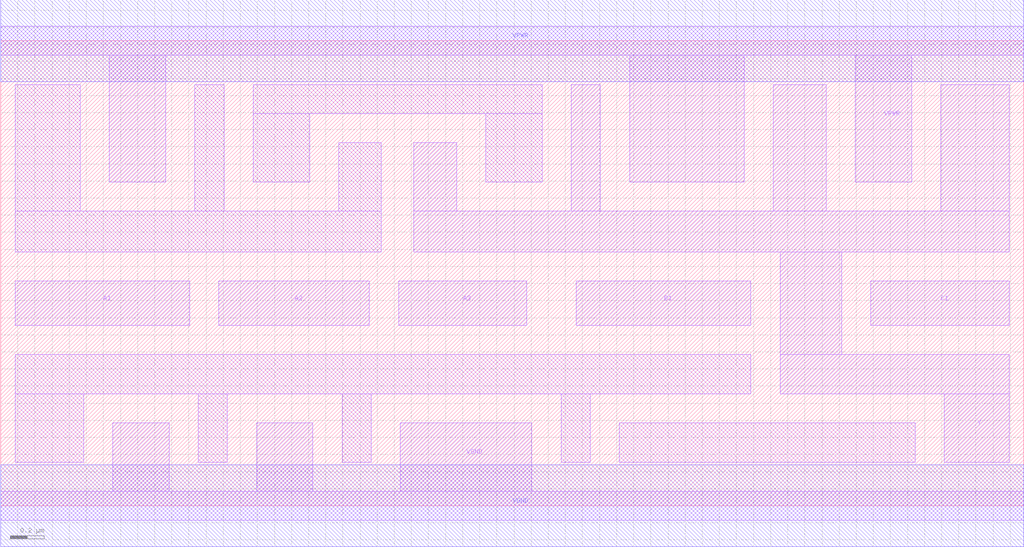
<source format=lef>
# Copyright 2020 The SkyWater PDK Authors
#
# Licensed under the Apache License, Version 2.0 (the "License");
# you may not use this file except in compliance with the License.
# You may obtain a copy of the License at
#
#     https://www.apache.org/licenses/LICENSE-2.0
#
# Unless required by applicable law or agreed to in writing, software
# distributed under the License is distributed on an "AS IS" BASIS,
# WITHOUT WARRANTIES OR CONDITIONS OF ANY KIND, either express or implied.
# See the License for the specific language governing permissions and
# limitations under the License.
#
# SPDX-License-Identifier: Apache-2.0

VERSION 5.5 ;
NAMESCASESENSITIVE ON ;
BUSBITCHARS "[]" ;
DIVIDERCHAR "/" ;
MACRO sky130_fd_sc_hd__o311ai_2
  CLASS CORE ;
  SOURCE USER ;
  ORIGIN  0.000000  0.000000 ;
  SIZE  5.980000 BY  2.720000 ;
  SYMMETRY X Y R90 ;
  SITE unithd ;
  PIN A1
    ANTENNAGATEAREA  0.495000 ;
    DIRECTION INPUT ;
    USE SIGNAL ;
    PORT
      LAYER li1 ;
        RECT 0.085000 1.055000 1.105000 1.315000 ;
    END
  END A1
  PIN A2
    ANTENNAGATEAREA  0.495000 ;
    DIRECTION INPUT ;
    USE SIGNAL ;
    PORT
      LAYER li1 ;
        RECT 1.275000 1.055000 2.155000 1.315000 ;
    END
  END A2
  PIN A3
    ANTENNAGATEAREA  0.495000 ;
    DIRECTION INPUT ;
    USE SIGNAL ;
    PORT
      LAYER li1 ;
        RECT 2.325000 1.055000 3.075000 1.315000 ;
    END
  END A3
  PIN B1
    ANTENNAGATEAREA  0.495000 ;
    DIRECTION INPUT ;
    USE SIGNAL ;
    PORT
      LAYER li1 ;
        RECT 3.365000 1.055000 4.385000 1.315000 ;
    END
  END B1
  PIN C1
    ANTENNAGATEAREA  0.495000 ;
    DIRECTION INPUT ;
    USE SIGNAL ;
    PORT
      LAYER li1 ;
        RECT 5.085000 1.055000 5.895000 1.315000 ;
    END
  END C1
  PIN Y
    ANTENNADIFFAREA  1.551000 ;
    DIRECTION OUTPUT ;
    USE SIGNAL ;
    PORT
      LAYER li1 ;
        RECT 2.415000 1.485000 5.895000 1.725000 ;
        RECT 2.415000 1.725000 2.665000 2.125000 ;
        RECT 3.335000 1.725000 3.505000 2.465000 ;
        RECT 4.515000 1.725000 4.825000 2.465000 ;
        RECT 4.555000 0.655000 5.895000 0.885000 ;
        RECT 4.555000 0.885000 4.915000 1.485000 ;
        RECT 5.495000 1.725000 5.895000 2.465000 ;
        RECT 5.515000 0.255000 5.895000 0.655000 ;
    END
  END Y
  PIN VGND
    DIRECTION INOUT ;
    SHAPE ABUTMENT ;
    USE GROUND ;
    PORT
      LAYER li1 ;
        RECT 0.000000 -0.085000 5.980000 0.085000 ;
        RECT 0.655000  0.085000 0.985000 0.485000 ;
        RECT 1.495000  0.085000 1.825000 0.485000 ;
        RECT 2.335000  0.085000 3.105000 0.485000 ;
    END
    PORT
      LAYER met1 ;
        RECT 0.000000 -0.240000 5.980000 0.240000 ;
    END
  END VGND
  PIN VPWR
    DIRECTION INOUT ;
    SHAPE ABUTMENT ;
    USE POWER ;
    PORT
      LAYER li1 ;
        RECT 0.000000 2.635000 5.980000 2.805000 ;
        RECT 0.635000 1.895000 0.965000 2.635000 ;
        RECT 3.675000 1.895000 4.345000 2.635000 ;
        RECT 4.995000 1.895000 5.325000 2.635000 ;
    END
    PORT
      LAYER met1 ;
        RECT 0.000000 2.480000 5.980000 2.960000 ;
    END
  END VPWR
  OBS
    LAYER li1 ;
      RECT 0.085000 0.255000 0.485000 0.655000 ;
      RECT 0.085000 0.655000 4.385000 0.885000 ;
      RECT 0.085000 1.485000 2.225000 1.725000 ;
      RECT 0.085000 1.725000 0.465000 2.465000 ;
      RECT 1.135000 1.725000 1.305000 2.465000 ;
      RECT 1.155000 0.255000 1.325000 0.655000 ;
      RECT 1.475000 1.895000 1.805000 2.295000 ;
      RECT 1.475000 2.295000 3.165000 2.465000 ;
      RECT 1.975000 1.725000 2.225000 2.125000 ;
      RECT 1.995000 0.255000 2.165000 0.655000 ;
      RECT 2.835000 1.895000 3.165000 2.295000 ;
      RECT 3.275000 0.255000 3.445000 0.655000 ;
      RECT 3.615000 0.255000 5.345000 0.485000 ;
  END
END sky130_fd_sc_hd__o311ai_2
END LIBRARY

</source>
